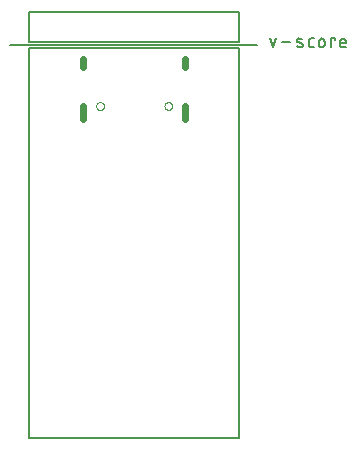
<source format=gko>
G04 EAGLE Gerber RS-274X export*
G75*
%MOMM*%
%FSLAX34Y34*%
%LPD*%
%IN*%
%IPPOS*%
%AMOC8*
5,1,8,0,0,1.08239X$1,22.5*%
G01*
%ADD10C,0.203200*%
%ADD11C,0.000000*%
%ADD12C,0.600000*%


D10*
X12700Y330200D02*
X12700Y0D01*
X190500Y0D01*
X190500Y330200D01*
X12700Y330200D01*
X12700Y335280D02*
X190500Y335280D01*
X190500Y360680D02*
X12700Y360680D01*
X12700Y335280D01*
X190500Y335280D02*
X190500Y360680D01*
X205740Y332740D02*
X-3810Y332740D01*
X216916Y338328D02*
X219287Y331216D01*
X221657Y338328D01*
X226780Y335365D02*
X233892Y335365D01*
X240284Y335365D02*
X243247Y334179D01*
X240284Y335364D02*
X240213Y335395D01*
X240143Y335429D01*
X240075Y335466D01*
X240010Y335507D01*
X239946Y335552D01*
X239885Y335599D01*
X239826Y335650D01*
X239769Y335703D01*
X239716Y335759D01*
X239665Y335818D01*
X239618Y335879D01*
X239573Y335943D01*
X239532Y336008D01*
X239494Y336076D01*
X239460Y336146D01*
X239429Y336217D01*
X239402Y336289D01*
X239379Y336363D01*
X239359Y336438D01*
X239343Y336514D01*
X239331Y336591D01*
X239323Y336668D01*
X239319Y336745D01*
X239318Y336823D01*
X239322Y336900D01*
X239329Y336978D01*
X239341Y337054D01*
X239356Y337130D01*
X239375Y337206D01*
X239398Y337280D01*
X239424Y337353D01*
X239454Y337424D01*
X239488Y337494D01*
X239525Y337562D01*
X239566Y337628D01*
X239610Y337692D01*
X239657Y337754D01*
X239707Y337813D01*
X239760Y337869D01*
X239816Y337923D01*
X239874Y337974D01*
X239935Y338022D01*
X239998Y338067D01*
X240064Y338109D01*
X240131Y338147D01*
X240201Y338182D01*
X240272Y338213D01*
X240344Y338241D01*
X240418Y338264D01*
X240493Y338285D01*
X240568Y338301D01*
X240645Y338314D01*
X240722Y338322D01*
X240799Y338327D01*
X240877Y338328D01*
X240876Y338328D02*
X241038Y338324D01*
X241200Y338316D01*
X241361Y338304D01*
X241522Y338288D01*
X241683Y338268D01*
X241843Y338245D01*
X242002Y338217D01*
X242161Y338186D01*
X242319Y338151D01*
X242476Y338112D01*
X242632Y338069D01*
X242787Y338023D01*
X242941Y337973D01*
X243094Y337919D01*
X243245Y337861D01*
X243395Y337800D01*
X243543Y337736D01*
X243248Y334180D02*
X243319Y334149D01*
X243389Y334115D01*
X243457Y334078D01*
X243522Y334037D01*
X243586Y333992D01*
X243647Y333945D01*
X243706Y333894D01*
X243763Y333841D01*
X243816Y333785D01*
X243867Y333726D01*
X243914Y333665D01*
X243959Y333601D01*
X244000Y333536D01*
X244038Y333468D01*
X244072Y333398D01*
X244103Y333327D01*
X244130Y333255D01*
X244153Y333181D01*
X244173Y333106D01*
X244189Y333030D01*
X244201Y332953D01*
X244209Y332876D01*
X244213Y332799D01*
X244214Y332721D01*
X244210Y332644D01*
X244203Y332566D01*
X244191Y332490D01*
X244176Y332414D01*
X244157Y332338D01*
X244134Y332264D01*
X244108Y332191D01*
X244078Y332120D01*
X244044Y332050D01*
X244007Y331982D01*
X243966Y331916D01*
X243922Y331852D01*
X243875Y331790D01*
X243825Y331731D01*
X243772Y331675D01*
X243716Y331621D01*
X243658Y331570D01*
X243597Y331522D01*
X243534Y331477D01*
X243468Y331435D01*
X243401Y331397D01*
X243331Y331362D01*
X243261Y331331D01*
X243188Y331303D01*
X243114Y331280D01*
X243039Y331259D01*
X242964Y331243D01*
X242887Y331230D01*
X242810Y331222D01*
X242733Y331217D01*
X242655Y331216D01*
X242654Y331216D02*
X242417Y331222D01*
X242179Y331234D01*
X241942Y331251D01*
X241706Y331275D01*
X241470Y331303D01*
X241234Y331337D01*
X241000Y331377D01*
X240767Y331422D01*
X240534Y331473D01*
X240303Y331529D01*
X240074Y331591D01*
X239846Y331658D01*
X239619Y331731D01*
X239395Y331809D01*
X251099Y331216D02*
X253470Y331216D01*
X251099Y331216D02*
X251017Y331218D01*
X250935Y331224D01*
X250853Y331233D01*
X250772Y331246D01*
X250692Y331263D01*
X250612Y331284D01*
X250534Y331308D01*
X250457Y331336D01*
X250381Y331367D01*
X250306Y331402D01*
X250234Y331441D01*
X250163Y331482D01*
X250094Y331527D01*
X250028Y331575D01*
X249963Y331626D01*
X249901Y331680D01*
X249842Y331737D01*
X249785Y331796D01*
X249731Y331858D01*
X249680Y331923D01*
X249632Y331989D01*
X249587Y332058D01*
X249546Y332129D01*
X249507Y332201D01*
X249472Y332276D01*
X249441Y332352D01*
X249413Y332429D01*
X249389Y332507D01*
X249368Y332587D01*
X249351Y332667D01*
X249338Y332748D01*
X249329Y332830D01*
X249323Y332912D01*
X249321Y332994D01*
X249321Y336550D01*
X249323Y336632D01*
X249329Y336714D01*
X249338Y336796D01*
X249351Y336877D01*
X249368Y336957D01*
X249389Y337037D01*
X249413Y337115D01*
X249441Y337192D01*
X249472Y337268D01*
X249507Y337343D01*
X249546Y337415D01*
X249587Y337486D01*
X249632Y337555D01*
X249680Y337621D01*
X249731Y337686D01*
X249785Y337748D01*
X249842Y337807D01*
X249901Y337864D01*
X249963Y337918D01*
X250028Y337969D01*
X250094Y338017D01*
X250163Y338062D01*
X250234Y338103D01*
X250306Y338142D01*
X250381Y338177D01*
X250457Y338208D01*
X250534Y338236D01*
X250612Y338260D01*
X250692Y338281D01*
X250772Y338298D01*
X250853Y338311D01*
X250935Y338320D01*
X251017Y338326D01*
X251099Y338328D01*
X253470Y338328D01*
X258064Y335957D02*
X258064Y333587D01*
X258064Y335957D02*
X258066Y336054D01*
X258072Y336150D01*
X258082Y336246D01*
X258096Y336342D01*
X258113Y336437D01*
X258135Y336532D01*
X258160Y336625D01*
X258189Y336717D01*
X258222Y336808D01*
X258259Y336898D01*
X258299Y336986D01*
X258343Y337072D01*
X258390Y337156D01*
X258440Y337239D01*
X258494Y337319D01*
X258552Y337397D01*
X258612Y337473D01*
X258675Y337546D01*
X258741Y337616D01*
X258811Y337684D01*
X258882Y337749D01*
X258957Y337811D01*
X259034Y337869D01*
X259113Y337925D01*
X259194Y337977D01*
X259278Y338026D01*
X259363Y338072D01*
X259450Y338114D01*
X259539Y338152D01*
X259629Y338187D01*
X259721Y338218D01*
X259814Y338245D01*
X259907Y338269D01*
X260002Y338288D01*
X260098Y338304D01*
X260194Y338316D01*
X260290Y338324D01*
X260387Y338328D01*
X260483Y338328D01*
X260580Y338324D01*
X260676Y338316D01*
X260772Y338304D01*
X260868Y338288D01*
X260963Y338269D01*
X261056Y338245D01*
X261149Y338218D01*
X261241Y338187D01*
X261331Y338152D01*
X261420Y338114D01*
X261507Y338072D01*
X261592Y338026D01*
X261676Y337977D01*
X261757Y337925D01*
X261836Y337869D01*
X261913Y337811D01*
X261988Y337749D01*
X262059Y337684D01*
X262129Y337616D01*
X262195Y337546D01*
X262258Y337473D01*
X262318Y337397D01*
X262376Y337319D01*
X262430Y337239D01*
X262480Y337156D01*
X262527Y337072D01*
X262571Y336986D01*
X262611Y336898D01*
X262648Y336808D01*
X262681Y336717D01*
X262710Y336625D01*
X262735Y336532D01*
X262757Y336437D01*
X262774Y336342D01*
X262788Y336246D01*
X262798Y336150D01*
X262804Y336054D01*
X262806Y335957D01*
X262805Y335957D02*
X262805Y333587D01*
X262806Y333587D02*
X262804Y333490D01*
X262798Y333394D01*
X262788Y333298D01*
X262774Y333202D01*
X262757Y333107D01*
X262735Y333012D01*
X262710Y332919D01*
X262681Y332827D01*
X262648Y332736D01*
X262611Y332646D01*
X262571Y332558D01*
X262527Y332472D01*
X262480Y332388D01*
X262430Y332305D01*
X262376Y332225D01*
X262318Y332147D01*
X262258Y332071D01*
X262195Y331998D01*
X262129Y331928D01*
X262059Y331860D01*
X261988Y331795D01*
X261913Y331733D01*
X261836Y331675D01*
X261757Y331619D01*
X261676Y331567D01*
X261592Y331518D01*
X261507Y331472D01*
X261420Y331430D01*
X261331Y331392D01*
X261241Y331357D01*
X261149Y331326D01*
X261056Y331299D01*
X260963Y331275D01*
X260868Y331256D01*
X260772Y331240D01*
X260676Y331228D01*
X260580Y331220D01*
X260483Y331216D01*
X260387Y331216D01*
X260290Y331220D01*
X260194Y331228D01*
X260098Y331240D01*
X260002Y331256D01*
X259907Y331275D01*
X259814Y331299D01*
X259721Y331326D01*
X259629Y331357D01*
X259539Y331392D01*
X259450Y331430D01*
X259363Y331472D01*
X259278Y331518D01*
X259194Y331567D01*
X259113Y331619D01*
X259034Y331675D01*
X258957Y331733D01*
X258882Y331795D01*
X258811Y331860D01*
X258741Y331928D01*
X258675Y331998D01*
X258612Y332071D01*
X258552Y332147D01*
X258494Y332225D01*
X258440Y332305D01*
X258390Y332388D01*
X258343Y332472D01*
X258299Y332558D01*
X258259Y332646D01*
X258222Y332736D01*
X258189Y332827D01*
X258160Y332919D01*
X258135Y333012D01*
X258113Y333107D01*
X258096Y333202D01*
X258082Y333298D01*
X258072Y333394D01*
X258066Y333490D01*
X258064Y333587D01*
X268451Y331216D02*
X268451Y338328D01*
X272007Y338328D01*
X272007Y337143D01*
X277749Y331216D02*
X280712Y331216D01*
X277749Y331216D02*
X277667Y331218D01*
X277585Y331224D01*
X277503Y331233D01*
X277422Y331246D01*
X277342Y331263D01*
X277262Y331284D01*
X277184Y331308D01*
X277107Y331336D01*
X277031Y331367D01*
X276956Y331402D01*
X276884Y331441D01*
X276813Y331482D01*
X276744Y331527D01*
X276678Y331575D01*
X276613Y331626D01*
X276551Y331680D01*
X276492Y331737D01*
X276435Y331796D01*
X276381Y331858D01*
X276330Y331923D01*
X276282Y331989D01*
X276237Y332058D01*
X276196Y332129D01*
X276157Y332201D01*
X276122Y332276D01*
X276091Y332352D01*
X276063Y332429D01*
X276039Y332507D01*
X276018Y332587D01*
X276001Y332667D01*
X275988Y332748D01*
X275979Y332830D01*
X275973Y332912D01*
X275971Y332994D01*
X275971Y335957D01*
X275973Y336054D01*
X275979Y336150D01*
X275989Y336246D01*
X276003Y336342D01*
X276020Y336437D01*
X276042Y336532D01*
X276067Y336625D01*
X276096Y336717D01*
X276129Y336808D01*
X276166Y336898D01*
X276206Y336986D01*
X276250Y337072D01*
X276297Y337156D01*
X276347Y337239D01*
X276401Y337319D01*
X276459Y337397D01*
X276519Y337473D01*
X276582Y337546D01*
X276648Y337616D01*
X276718Y337684D01*
X276789Y337749D01*
X276864Y337811D01*
X276941Y337869D01*
X277020Y337925D01*
X277101Y337977D01*
X277185Y338026D01*
X277270Y338072D01*
X277357Y338114D01*
X277446Y338152D01*
X277536Y338187D01*
X277628Y338218D01*
X277721Y338245D01*
X277814Y338269D01*
X277909Y338288D01*
X278005Y338304D01*
X278101Y338316D01*
X278197Y338324D01*
X278294Y338328D01*
X278390Y338328D01*
X278487Y338324D01*
X278583Y338316D01*
X278679Y338304D01*
X278775Y338288D01*
X278870Y338269D01*
X278963Y338245D01*
X279056Y338218D01*
X279148Y338187D01*
X279238Y338152D01*
X279327Y338114D01*
X279414Y338072D01*
X279499Y338026D01*
X279583Y337977D01*
X279664Y337925D01*
X279743Y337869D01*
X279820Y337811D01*
X279895Y337749D01*
X279966Y337684D01*
X280036Y337616D01*
X280102Y337546D01*
X280165Y337473D01*
X280225Y337397D01*
X280283Y337319D01*
X280337Y337239D01*
X280387Y337156D01*
X280434Y337072D01*
X280478Y336986D01*
X280518Y336898D01*
X280555Y336808D01*
X280588Y336717D01*
X280617Y336625D01*
X280642Y336532D01*
X280664Y336437D01*
X280681Y336342D01*
X280695Y336246D01*
X280705Y336150D01*
X280711Y336054D01*
X280713Y335957D01*
X280712Y335957D02*
X280712Y334772D01*
X275971Y334772D01*
D11*
X127250Y281150D02*
X127252Y281263D01*
X127258Y281377D01*
X127268Y281490D01*
X127282Y281602D01*
X127299Y281714D01*
X127321Y281826D01*
X127347Y281936D01*
X127376Y282046D01*
X127409Y282154D01*
X127446Y282262D01*
X127487Y282367D01*
X127531Y282472D01*
X127579Y282575D01*
X127630Y282676D01*
X127685Y282775D01*
X127744Y282872D01*
X127806Y282967D01*
X127871Y283060D01*
X127939Y283151D01*
X128010Y283239D01*
X128085Y283325D01*
X128162Y283408D01*
X128242Y283488D01*
X128325Y283565D01*
X128411Y283640D01*
X128499Y283711D01*
X128590Y283779D01*
X128683Y283844D01*
X128778Y283906D01*
X128875Y283965D01*
X128974Y284020D01*
X129075Y284071D01*
X129178Y284119D01*
X129283Y284163D01*
X129388Y284204D01*
X129496Y284241D01*
X129604Y284274D01*
X129714Y284303D01*
X129824Y284329D01*
X129936Y284351D01*
X130048Y284368D01*
X130160Y284382D01*
X130273Y284392D01*
X130387Y284398D01*
X130500Y284400D01*
X130613Y284398D01*
X130727Y284392D01*
X130840Y284382D01*
X130952Y284368D01*
X131064Y284351D01*
X131176Y284329D01*
X131286Y284303D01*
X131396Y284274D01*
X131504Y284241D01*
X131612Y284204D01*
X131717Y284163D01*
X131822Y284119D01*
X131925Y284071D01*
X132026Y284020D01*
X132125Y283965D01*
X132222Y283906D01*
X132317Y283844D01*
X132410Y283779D01*
X132501Y283711D01*
X132589Y283640D01*
X132675Y283565D01*
X132758Y283488D01*
X132838Y283408D01*
X132915Y283325D01*
X132990Y283239D01*
X133061Y283151D01*
X133129Y283060D01*
X133194Y282967D01*
X133256Y282872D01*
X133315Y282775D01*
X133370Y282676D01*
X133421Y282575D01*
X133469Y282472D01*
X133513Y282367D01*
X133554Y282262D01*
X133591Y282154D01*
X133624Y282046D01*
X133653Y281936D01*
X133679Y281826D01*
X133701Y281714D01*
X133718Y281602D01*
X133732Y281490D01*
X133742Y281377D01*
X133748Y281263D01*
X133750Y281150D01*
X133748Y281037D01*
X133742Y280923D01*
X133732Y280810D01*
X133718Y280698D01*
X133701Y280586D01*
X133679Y280474D01*
X133653Y280364D01*
X133624Y280254D01*
X133591Y280146D01*
X133554Y280038D01*
X133513Y279933D01*
X133469Y279828D01*
X133421Y279725D01*
X133370Y279624D01*
X133315Y279525D01*
X133256Y279428D01*
X133194Y279333D01*
X133129Y279240D01*
X133061Y279149D01*
X132990Y279061D01*
X132915Y278975D01*
X132838Y278892D01*
X132758Y278812D01*
X132675Y278735D01*
X132589Y278660D01*
X132501Y278589D01*
X132410Y278521D01*
X132317Y278456D01*
X132222Y278394D01*
X132125Y278335D01*
X132026Y278280D01*
X131925Y278229D01*
X131822Y278181D01*
X131717Y278137D01*
X131612Y278096D01*
X131504Y278059D01*
X131396Y278026D01*
X131286Y277997D01*
X131176Y277971D01*
X131064Y277949D01*
X130952Y277932D01*
X130840Y277918D01*
X130727Y277908D01*
X130613Y277902D01*
X130500Y277900D01*
X130387Y277902D01*
X130273Y277908D01*
X130160Y277918D01*
X130048Y277932D01*
X129936Y277949D01*
X129824Y277971D01*
X129714Y277997D01*
X129604Y278026D01*
X129496Y278059D01*
X129388Y278096D01*
X129283Y278137D01*
X129178Y278181D01*
X129075Y278229D01*
X128974Y278280D01*
X128875Y278335D01*
X128778Y278394D01*
X128683Y278456D01*
X128590Y278521D01*
X128499Y278589D01*
X128411Y278660D01*
X128325Y278735D01*
X128242Y278812D01*
X128162Y278892D01*
X128085Y278975D01*
X128010Y279061D01*
X127939Y279149D01*
X127871Y279240D01*
X127806Y279333D01*
X127744Y279428D01*
X127685Y279525D01*
X127630Y279624D01*
X127579Y279725D01*
X127531Y279828D01*
X127487Y279933D01*
X127446Y280038D01*
X127409Y280146D01*
X127376Y280254D01*
X127347Y280364D01*
X127321Y280474D01*
X127299Y280586D01*
X127282Y280698D01*
X127268Y280810D01*
X127258Y280923D01*
X127252Y281037D01*
X127250Y281150D01*
X69450Y281150D02*
X69452Y281263D01*
X69458Y281377D01*
X69468Y281490D01*
X69482Y281602D01*
X69499Y281714D01*
X69521Y281826D01*
X69547Y281936D01*
X69576Y282046D01*
X69609Y282154D01*
X69646Y282262D01*
X69687Y282367D01*
X69731Y282472D01*
X69779Y282575D01*
X69830Y282676D01*
X69885Y282775D01*
X69944Y282872D01*
X70006Y282967D01*
X70071Y283060D01*
X70139Y283151D01*
X70210Y283239D01*
X70285Y283325D01*
X70362Y283408D01*
X70442Y283488D01*
X70525Y283565D01*
X70611Y283640D01*
X70699Y283711D01*
X70790Y283779D01*
X70883Y283844D01*
X70978Y283906D01*
X71075Y283965D01*
X71174Y284020D01*
X71275Y284071D01*
X71378Y284119D01*
X71483Y284163D01*
X71588Y284204D01*
X71696Y284241D01*
X71804Y284274D01*
X71914Y284303D01*
X72024Y284329D01*
X72136Y284351D01*
X72248Y284368D01*
X72360Y284382D01*
X72473Y284392D01*
X72587Y284398D01*
X72700Y284400D01*
X72813Y284398D01*
X72927Y284392D01*
X73040Y284382D01*
X73152Y284368D01*
X73264Y284351D01*
X73376Y284329D01*
X73486Y284303D01*
X73596Y284274D01*
X73704Y284241D01*
X73812Y284204D01*
X73917Y284163D01*
X74022Y284119D01*
X74125Y284071D01*
X74226Y284020D01*
X74325Y283965D01*
X74422Y283906D01*
X74517Y283844D01*
X74610Y283779D01*
X74701Y283711D01*
X74789Y283640D01*
X74875Y283565D01*
X74958Y283488D01*
X75038Y283408D01*
X75115Y283325D01*
X75190Y283239D01*
X75261Y283151D01*
X75329Y283060D01*
X75394Y282967D01*
X75456Y282872D01*
X75515Y282775D01*
X75570Y282676D01*
X75621Y282575D01*
X75669Y282472D01*
X75713Y282367D01*
X75754Y282262D01*
X75791Y282154D01*
X75824Y282046D01*
X75853Y281936D01*
X75879Y281826D01*
X75901Y281714D01*
X75918Y281602D01*
X75932Y281490D01*
X75942Y281377D01*
X75948Y281263D01*
X75950Y281150D01*
X75948Y281037D01*
X75942Y280923D01*
X75932Y280810D01*
X75918Y280698D01*
X75901Y280586D01*
X75879Y280474D01*
X75853Y280364D01*
X75824Y280254D01*
X75791Y280146D01*
X75754Y280038D01*
X75713Y279933D01*
X75669Y279828D01*
X75621Y279725D01*
X75570Y279624D01*
X75515Y279525D01*
X75456Y279428D01*
X75394Y279333D01*
X75329Y279240D01*
X75261Y279149D01*
X75190Y279061D01*
X75115Y278975D01*
X75038Y278892D01*
X74958Y278812D01*
X74875Y278735D01*
X74789Y278660D01*
X74701Y278589D01*
X74610Y278521D01*
X74517Y278456D01*
X74422Y278394D01*
X74325Y278335D01*
X74226Y278280D01*
X74125Y278229D01*
X74022Y278181D01*
X73917Y278137D01*
X73812Y278096D01*
X73704Y278059D01*
X73596Y278026D01*
X73486Y277997D01*
X73376Y277971D01*
X73264Y277949D01*
X73152Y277932D01*
X73040Y277918D01*
X72927Y277908D01*
X72813Y277902D01*
X72700Y277900D01*
X72587Y277902D01*
X72473Y277908D01*
X72360Y277918D01*
X72248Y277932D01*
X72136Y277949D01*
X72024Y277971D01*
X71914Y277997D01*
X71804Y278026D01*
X71696Y278059D01*
X71588Y278096D01*
X71483Y278137D01*
X71378Y278181D01*
X71275Y278229D01*
X71174Y278280D01*
X71075Y278335D01*
X70978Y278394D01*
X70883Y278456D01*
X70790Y278521D01*
X70699Y278589D01*
X70611Y278660D01*
X70525Y278735D01*
X70442Y278812D01*
X70362Y278892D01*
X70285Y278975D01*
X70210Y279061D01*
X70139Y279149D01*
X70071Y279240D01*
X70006Y279333D01*
X69944Y279428D01*
X69885Y279525D01*
X69830Y279624D01*
X69779Y279725D01*
X69731Y279828D01*
X69687Y279933D01*
X69646Y280038D01*
X69609Y280146D01*
X69576Y280254D01*
X69547Y280364D01*
X69521Y280474D01*
X69499Y280586D01*
X69482Y280698D01*
X69468Y280810D01*
X69458Y280923D01*
X69452Y281037D01*
X69450Y281150D01*
D12*
X144780Y281350D02*
X144780Y270350D01*
X58420Y270350D02*
X58420Y281350D01*
X144780Y314500D02*
X144780Y320700D01*
X58420Y320700D02*
X58420Y314500D01*
M02*

</source>
